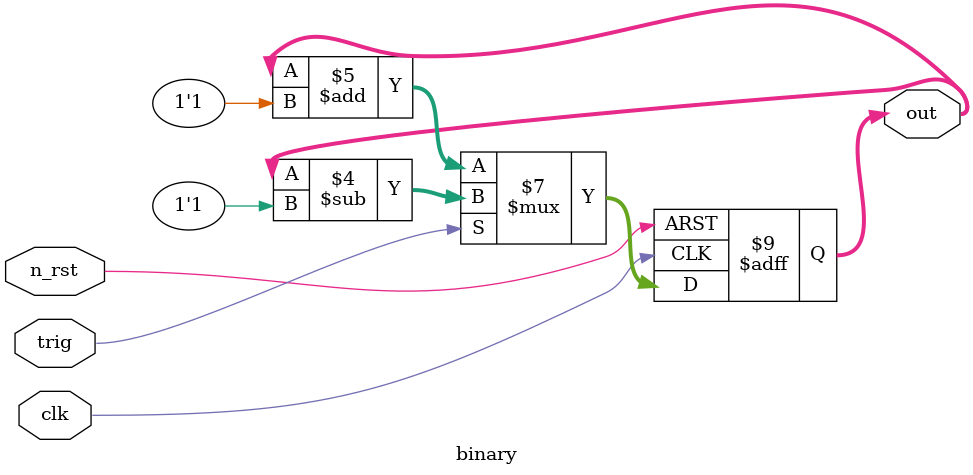
<source format=v>
module binary(
    clk,
    n_rst,
    trig,
    out
);

    input clk;
    input n_rst;
    input trig;
    output [2:0]out;

    reg [2:0]out;

    always @(posedge clk or negedge n_rst) begin
        if(!n_rst) begin
            out <= 3'b000;
        end

        else begin
            if (trig == 1'b1) begin
                out<= (out-1'b1);
            end
            else begin
                out <= (out+1'b1);
            end
        end
    end                                                                                                                                                                                                                                                       
endmodule
</source>
